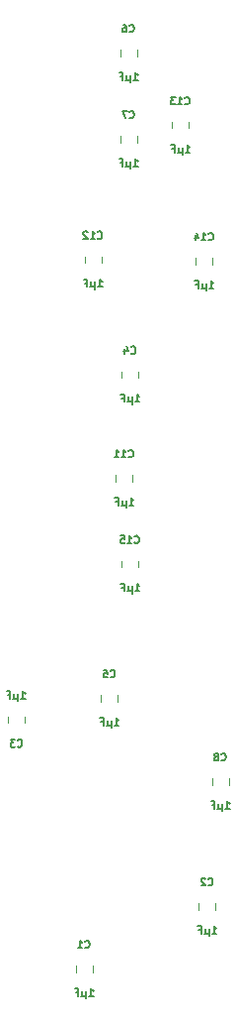
<source format=gbo>
%TF.GenerationSoftware,KiCad,Pcbnew,8.0.4*%
%TF.CreationDate,2024-08-12T18:31:44+02:00*%
%TF.ProjectId,HCP65 Kernal Mode,48435036-3520-44b6-9572-6e616c204d6f,V0*%
%TF.SameCoordinates,PX525bfc0PY43d3480*%
%TF.FileFunction,Legend,Bot*%
%TF.FilePolarity,Positive*%
%FSLAX46Y46*%
G04 Gerber Fmt 4.6, Leading zero omitted, Abs format (unit mm)*
G04 Created by KiCad (PCBNEW 8.0.4) date 2024-08-12 18:31:44*
%MOMM*%
%LPD*%
G01*
G04 APERTURE LIST*
%ADD10C,0.150000*%
%ADD11C,0.120000*%
G04 APERTURE END LIST*
D10*
X19431214Y-13644486D02*
X19461452Y-13674725D01*
X19461452Y-13674725D02*
X19552166Y-13704963D01*
X19552166Y-13704963D02*
X19612642Y-13704963D01*
X19612642Y-13704963D02*
X19703357Y-13674725D01*
X19703357Y-13674725D02*
X19763833Y-13614248D01*
X19763833Y-13614248D02*
X19794071Y-13553772D01*
X19794071Y-13553772D02*
X19824309Y-13432820D01*
X19824309Y-13432820D02*
X19824309Y-13342105D01*
X19824309Y-13342105D02*
X19794071Y-13221153D01*
X19794071Y-13221153D02*
X19763833Y-13160677D01*
X19763833Y-13160677D02*
X19703357Y-13100201D01*
X19703357Y-13100201D02*
X19612642Y-13069963D01*
X19612642Y-13069963D02*
X19552166Y-13069963D01*
X19552166Y-13069963D02*
X19461452Y-13100201D01*
X19461452Y-13100201D02*
X19431214Y-13130439D01*
X18826452Y-13704963D02*
X19189309Y-13704963D01*
X19007881Y-13704963D02*
X19007881Y-13069963D01*
X19007881Y-13069963D02*
X19068357Y-13160677D01*
X19068357Y-13160677D02*
X19128833Y-13221153D01*
X19128833Y-13221153D02*
X19189309Y-13251391D01*
X18282166Y-13281629D02*
X18282166Y-13704963D01*
X18433357Y-13039725D02*
X18584547Y-13493296D01*
X18584547Y-13493296D02*
X18191452Y-13493296D01*
X19473333Y-17811963D02*
X19836190Y-17811963D01*
X19654762Y-17811963D02*
X19654762Y-17176963D01*
X19654762Y-17176963D02*
X19715238Y-17267677D01*
X19715238Y-17267677D02*
X19775714Y-17328153D01*
X19775714Y-17328153D02*
X19836190Y-17358391D01*
X19201190Y-17388629D02*
X19201190Y-18023629D01*
X18898809Y-17721248D02*
X18868571Y-17781725D01*
X18868571Y-17781725D02*
X18808095Y-17811963D01*
X19201190Y-17721248D02*
X19170952Y-17781725D01*
X19170952Y-17781725D02*
X19110476Y-17811963D01*
X19110476Y-17811963D02*
X18989523Y-17811963D01*
X18989523Y-17811963D02*
X18929047Y-17781725D01*
X18929047Y-17781725D02*
X18898809Y-17721248D01*
X18898809Y-17721248D02*
X18898809Y-17388629D01*
X18324285Y-17479344D02*
X18535952Y-17479344D01*
X18535952Y-17811963D02*
X18535952Y-17176963D01*
X18535952Y-17176963D02*
X18233571Y-17176963D01*
X13081214Y-39507486D02*
X13111452Y-39537725D01*
X13111452Y-39537725D02*
X13202166Y-39567963D01*
X13202166Y-39567963D02*
X13262642Y-39567963D01*
X13262642Y-39567963D02*
X13353357Y-39537725D01*
X13353357Y-39537725D02*
X13413833Y-39477248D01*
X13413833Y-39477248D02*
X13444071Y-39416772D01*
X13444071Y-39416772D02*
X13474309Y-39295820D01*
X13474309Y-39295820D02*
X13474309Y-39205105D01*
X13474309Y-39205105D02*
X13444071Y-39084153D01*
X13444071Y-39084153D02*
X13413833Y-39023677D01*
X13413833Y-39023677D02*
X13353357Y-38963201D01*
X13353357Y-38963201D02*
X13262642Y-38932963D01*
X13262642Y-38932963D02*
X13202166Y-38932963D01*
X13202166Y-38932963D02*
X13111452Y-38963201D01*
X13111452Y-38963201D02*
X13081214Y-38993439D01*
X12476452Y-39567963D02*
X12839309Y-39567963D01*
X12657881Y-39567963D02*
X12657881Y-38932963D01*
X12657881Y-38932963D02*
X12718357Y-39023677D01*
X12718357Y-39023677D02*
X12778833Y-39084153D01*
X12778833Y-39084153D02*
X12839309Y-39114391D01*
X11901928Y-38932963D02*
X12204309Y-38932963D01*
X12204309Y-38932963D02*
X12234547Y-39235344D01*
X12234547Y-39235344D02*
X12204309Y-39205105D01*
X12204309Y-39205105D02*
X12143833Y-39174867D01*
X12143833Y-39174867D02*
X11992642Y-39174867D01*
X11992642Y-39174867D02*
X11932166Y-39205105D01*
X11932166Y-39205105D02*
X11901928Y-39235344D01*
X11901928Y-39235344D02*
X11871690Y-39295820D01*
X11871690Y-39295820D02*
X11871690Y-39447010D01*
X11871690Y-39447010D02*
X11901928Y-39507486D01*
X11901928Y-39507486D02*
X11932166Y-39537725D01*
X11932166Y-39537725D02*
X11992642Y-39567963D01*
X11992642Y-39567963D02*
X12143833Y-39567963D01*
X12143833Y-39567963D02*
X12204309Y-39537725D01*
X12204309Y-39537725D02*
X12234547Y-39507486D01*
X13123333Y-43674963D02*
X13486190Y-43674963D01*
X13304762Y-43674963D02*
X13304762Y-43039963D01*
X13304762Y-43039963D02*
X13365238Y-43130677D01*
X13365238Y-43130677D02*
X13425714Y-43191153D01*
X13425714Y-43191153D02*
X13486190Y-43221391D01*
X12851190Y-43251629D02*
X12851190Y-43886629D01*
X12548809Y-43584248D02*
X12518571Y-43644725D01*
X12518571Y-43644725D02*
X12458095Y-43674963D01*
X12851190Y-43584248D02*
X12820952Y-43644725D01*
X12820952Y-43644725D02*
X12760476Y-43674963D01*
X12760476Y-43674963D02*
X12639523Y-43674963D01*
X12639523Y-43674963D02*
X12579047Y-43644725D01*
X12579047Y-43644725D02*
X12548809Y-43584248D01*
X12548809Y-43584248D02*
X12548809Y-43251629D01*
X11974285Y-43342344D02*
X12185952Y-43342344D01*
X12185952Y-43674963D02*
X12185952Y-43039963D01*
X12185952Y-43039963D02*
X11883571Y-43039963D01*
X9906214Y-13517486D02*
X9936452Y-13547725D01*
X9936452Y-13547725D02*
X10027166Y-13577963D01*
X10027166Y-13577963D02*
X10087642Y-13577963D01*
X10087642Y-13577963D02*
X10178357Y-13547725D01*
X10178357Y-13547725D02*
X10238833Y-13487248D01*
X10238833Y-13487248D02*
X10269071Y-13426772D01*
X10269071Y-13426772D02*
X10299309Y-13305820D01*
X10299309Y-13305820D02*
X10299309Y-13215105D01*
X10299309Y-13215105D02*
X10269071Y-13094153D01*
X10269071Y-13094153D02*
X10238833Y-13033677D01*
X10238833Y-13033677D02*
X10178357Y-12973201D01*
X10178357Y-12973201D02*
X10087642Y-12942963D01*
X10087642Y-12942963D02*
X10027166Y-12942963D01*
X10027166Y-12942963D02*
X9936452Y-12973201D01*
X9936452Y-12973201D02*
X9906214Y-13003439D01*
X9301452Y-13577963D02*
X9664309Y-13577963D01*
X9482881Y-13577963D02*
X9482881Y-12942963D01*
X9482881Y-12942963D02*
X9543357Y-13033677D01*
X9543357Y-13033677D02*
X9603833Y-13094153D01*
X9603833Y-13094153D02*
X9664309Y-13124391D01*
X9059547Y-13003439D02*
X9029309Y-12973201D01*
X9029309Y-12973201D02*
X8968833Y-12942963D01*
X8968833Y-12942963D02*
X8817642Y-12942963D01*
X8817642Y-12942963D02*
X8757166Y-12973201D01*
X8757166Y-12973201D02*
X8726928Y-13003439D01*
X8726928Y-13003439D02*
X8696690Y-13063915D01*
X8696690Y-13063915D02*
X8696690Y-13124391D01*
X8696690Y-13124391D02*
X8726928Y-13215105D01*
X8726928Y-13215105D02*
X9089785Y-13577963D01*
X9089785Y-13577963D02*
X8696690Y-13577963D01*
X9948333Y-17684963D02*
X10311190Y-17684963D01*
X10129762Y-17684963D02*
X10129762Y-17049963D01*
X10129762Y-17049963D02*
X10190238Y-17140677D01*
X10190238Y-17140677D02*
X10250714Y-17201153D01*
X10250714Y-17201153D02*
X10311190Y-17231391D01*
X9676190Y-17261629D02*
X9676190Y-17896629D01*
X9373809Y-17594248D02*
X9343571Y-17654725D01*
X9343571Y-17654725D02*
X9283095Y-17684963D01*
X9676190Y-17594248D02*
X9645952Y-17654725D01*
X9645952Y-17654725D02*
X9585476Y-17684963D01*
X9585476Y-17684963D02*
X9464523Y-17684963D01*
X9464523Y-17684963D02*
X9404047Y-17654725D01*
X9404047Y-17654725D02*
X9373809Y-17594248D01*
X9373809Y-17594248D02*
X9373809Y-17261629D01*
X8799285Y-17352344D02*
X9010952Y-17352344D01*
X9010952Y-17684963D02*
X9010952Y-17049963D01*
X9010952Y-17049963D02*
X8708571Y-17049963D01*
X12778833Y-23338694D02*
X12809071Y-23368933D01*
X12809071Y-23368933D02*
X12899785Y-23399171D01*
X12899785Y-23399171D02*
X12960261Y-23399171D01*
X12960261Y-23399171D02*
X13050976Y-23368933D01*
X13050976Y-23368933D02*
X13111452Y-23308456D01*
X13111452Y-23308456D02*
X13141690Y-23247980D01*
X13141690Y-23247980D02*
X13171928Y-23127028D01*
X13171928Y-23127028D02*
X13171928Y-23036313D01*
X13171928Y-23036313D02*
X13141690Y-22915361D01*
X13141690Y-22915361D02*
X13111452Y-22854885D01*
X13111452Y-22854885D02*
X13050976Y-22794409D01*
X13050976Y-22794409D02*
X12960261Y-22764171D01*
X12960261Y-22764171D02*
X12899785Y-22764171D01*
X12899785Y-22764171D02*
X12809071Y-22794409D01*
X12809071Y-22794409D02*
X12778833Y-22824647D01*
X12234547Y-22975837D02*
X12234547Y-23399171D01*
X12385738Y-22733933D02*
X12536928Y-23187504D01*
X12536928Y-23187504D02*
X12143833Y-23187504D01*
X13123333Y-27506171D02*
X13486190Y-27506171D01*
X13304762Y-27506171D02*
X13304762Y-26871171D01*
X13304762Y-26871171D02*
X13365238Y-26961885D01*
X13365238Y-26961885D02*
X13425714Y-27022361D01*
X13425714Y-27022361D02*
X13486190Y-27052599D01*
X12851190Y-27082837D02*
X12851190Y-27717837D01*
X12548809Y-27415456D02*
X12518571Y-27475933D01*
X12518571Y-27475933D02*
X12458095Y-27506171D01*
X12851190Y-27415456D02*
X12820952Y-27475933D01*
X12820952Y-27475933D02*
X12760476Y-27506171D01*
X12760476Y-27506171D02*
X12639523Y-27506171D01*
X12639523Y-27506171D02*
X12579047Y-27475933D01*
X12579047Y-27475933D02*
X12548809Y-27415456D01*
X12548809Y-27415456D02*
X12548809Y-27082837D01*
X11974285Y-27173552D02*
X12185952Y-27173552D01*
X12185952Y-27506171D02*
X12185952Y-26871171D01*
X12185952Y-26871171D02*
X11883571Y-26871171D01*
X12651833Y-3230486D02*
X12682071Y-3260725D01*
X12682071Y-3260725D02*
X12772785Y-3290963D01*
X12772785Y-3290963D02*
X12833261Y-3290963D01*
X12833261Y-3290963D02*
X12923976Y-3260725D01*
X12923976Y-3260725D02*
X12984452Y-3200248D01*
X12984452Y-3200248D02*
X13014690Y-3139772D01*
X13014690Y-3139772D02*
X13044928Y-3018820D01*
X13044928Y-3018820D02*
X13044928Y-2928105D01*
X13044928Y-2928105D02*
X13014690Y-2807153D01*
X13014690Y-2807153D02*
X12984452Y-2746677D01*
X12984452Y-2746677D02*
X12923976Y-2686201D01*
X12923976Y-2686201D02*
X12833261Y-2655963D01*
X12833261Y-2655963D02*
X12772785Y-2655963D01*
X12772785Y-2655963D02*
X12682071Y-2686201D01*
X12682071Y-2686201D02*
X12651833Y-2716439D01*
X12440166Y-2655963D02*
X12016833Y-2655963D01*
X12016833Y-2655963D02*
X12288976Y-3290963D01*
X12996333Y-7397963D02*
X13359190Y-7397963D01*
X13177762Y-7397963D02*
X13177762Y-6762963D01*
X13177762Y-6762963D02*
X13238238Y-6853677D01*
X13238238Y-6853677D02*
X13298714Y-6914153D01*
X13298714Y-6914153D02*
X13359190Y-6944391D01*
X12724190Y-6974629D02*
X12724190Y-7609629D01*
X12421809Y-7307248D02*
X12391571Y-7367725D01*
X12391571Y-7367725D02*
X12331095Y-7397963D01*
X12724190Y-7307248D02*
X12693952Y-7367725D01*
X12693952Y-7367725D02*
X12633476Y-7397963D01*
X12633476Y-7397963D02*
X12512523Y-7397963D01*
X12512523Y-7397963D02*
X12452047Y-7367725D01*
X12452047Y-7367725D02*
X12421809Y-7307248D01*
X12421809Y-7307248D02*
X12421809Y-6974629D01*
X11847285Y-7065344D02*
X12058952Y-7065344D01*
X12058952Y-7397963D02*
X12058952Y-6762963D01*
X12058952Y-6762963D02*
X11756571Y-6762963D01*
X12573214Y-32186486D02*
X12603452Y-32216725D01*
X12603452Y-32216725D02*
X12694166Y-32246963D01*
X12694166Y-32246963D02*
X12754642Y-32246963D01*
X12754642Y-32246963D02*
X12845357Y-32216725D01*
X12845357Y-32216725D02*
X12905833Y-32156248D01*
X12905833Y-32156248D02*
X12936071Y-32095772D01*
X12936071Y-32095772D02*
X12966309Y-31974820D01*
X12966309Y-31974820D02*
X12966309Y-31884105D01*
X12966309Y-31884105D02*
X12936071Y-31763153D01*
X12936071Y-31763153D02*
X12905833Y-31702677D01*
X12905833Y-31702677D02*
X12845357Y-31642201D01*
X12845357Y-31642201D02*
X12754642Y-31611963D01*
X12754642Y-31611963D02*
X12694166Y-31611963D01*
X12694166Y-31611963D02*
X12603452Y-31642201D01*
X12603452Y-31642201D02*
X12573214Y-31672439D01*
X11968452Y-32246963D02*
X12331309Y-32246963D01*
X12149881Y-32246963D02*
X12149881Y-31611963D01*
X12149881Y-31611963D02*
X12210357Y-31702677D01*
X12210357Y-31702677D02*
X12270833Y-31763153D01*
X12270833Y-31763153D02*
X12331309Y-31793391D01*
X11363690Y-32246963D02*
X11726547Y-32246963D01*
X11545119Y-32246963D02*
X11545119Y-31611963D01*
X11545119Y-31611963D02*
X11605595Y-31702677D01*
X11605595Y-31702677D02*
X11666071Y-31763153D01*
X11666071Y-31763153D02*
X11726547Y-31793391D01*
X12615333Y-36353963D02*
X12978190Y-36353963D01*
X12796762Y-36353963D02*
X12796762Y-35718963D01*
X12796762Y-35718963D02*
X12857238Y-35809677D01*
X12857238Y-35809677D02*
X12917714Y-35870153D01*
X12917714Y-35870153D02*
X12978190Y-35900391D01*
X12343190Y-35930629D02*
X12343190Y-36565629D01*
X12040809Y-36263248D02*
X12010571Y-36323725D01*
X12010571Y-36323725D02*
X11950095Y-36353963D01*
X12343190Y-36263248D02*
X12312952Y-36323725D01*
X12312952Y-36323725D02*
X12252476Y-36353963D01*
X12252476Y-36353963D02*
X12131523Y-36353963D01*
X12131523Y-36353963D02*
X12071047Y-36323725D01*
X12071047Y-36323725D02*
X12040809Y-36263248D01*
X12040809Y-36263248D02*
X12040809Y-35930629D01*
X11466285Y-36021344D02*
X11677952Y-36021344D01*
X11677952Y-36353963D02*
X11677952Y-35718963D01*
X11677952Y-35718963D02*
X11375571Y-35718963D01*
X11000833Y-50982486D02*
X11031071Y-51012725D01*
X11031071Y-51012725D02*
X11121785Y-51042963D01*
X11121785Y-51042963D02*
X11182261Y-51042963D01*
X11182261Y-51042963D02*
X11272976Y-51012725D01*
X11272976Y-51012725D02*
X11333452Y-50952248D01*
X11333452Y-50952248D02*
X11363690Y-50891772D01*
X11363690Y-50891772D02*
X11393928Y-50770820D01*
X11393928Y-50770820D02*
X11393928Y-50680105D01*
X11393928Y-50680105D02*
X11363690Y-50559153D01*
X11363690Y-50559153D02*
X11333452Y-50498677D01*
X11333452Y-50498677D02*
X11272976Y-50438201D01*
X11272976Y-50438201D02*
X11182261Y-50407963D01*
X11182261Y-50407963D02*
X11121785Y-50407963D01*
X11121785Y-50407963D02*
X11031071Y-50438201D01*
X11031071Y-50438201D02*
X11000833Y-50468439D01*
X10426309Y-50407963D02*
X10728690Y-50407963D01*
X10728690Y-50407963D02*
X10758928Y-50710344D01*
X10758928Y-50710344D02*
X10728690Y-50680105D01*
X10728690Y-50680105D02*
X10668214Y-50649867D01*
X10668214Y-50649867D02*
X10517023Y-50649867D01*
X10517023Y-50649867D02*
X10456547Y-50680105D01*
X10456547Y-50680105D02*
X10426309Y-50710344D01*
X10426309Y-50710344D02*
X10396071Y-50770820D01*
X10396071Y-50770820D02*
X10396071Y-50922010D01*
X10396071Y-50922010D02*
X10426309Y-50982486D01*
X10426309Y-50982486D02*
X10456547Y-51012725D01*
X10456547Y-51012725D02*
X10517023Y-51042963D01*
X10517023Y-51042963D02*
X10668214Y-51042963D01*
X10668214Y-51042963D02*
X10728690Y-51012725D01*
X10728690Y-51012725D02*
X10758928Y-50982486D01*
X11345333Y-55149963D02*
X11708190Y-55149963D01*
X11526762Y-55149963D02*
X11526762Y-54514963D01*
X11526762Y-54514963D02*
X11587238Y-54605677D01*
X11587238Y-54605677D02*
X11647714Y-54666153D01*
X11647714Y-54666153D02*
X11708190Y-54696391D01*
X11073190Y-54726629D02*
X11073190Y-55361629D01*
X10770809Y-55059248D02*
X10740571Y-55119725D01*
X10740571Y-55119725D02*
X10680095Y-55149963D01*
X11073190Y-55059248D02*
X11042952Y-55119725D01*
X11042952Y-55119725D02*
X10982476Y-55149963D01*
X10982476Y-55149963D02*
X10861523Y-55149963D01*
X10861523Y-55149963D02*
X10801047Y-55119725D01*
X10801047Y-55119725D02*
X10770809Y-55059248D01*
X10770809Y-55059248D02*
X10770809Y-54726629D01*
X10196285Y-54817344D02*
X10407952Y-54817344D01*
X10407952Y-55149963D02*
X10407952Y-54514963D01*
X10407952Y-54514963D02*
X10105571Y-54514963D01*
X20525833Y-58094486D02*
X20556071Y-58124725D01*
X20556071Y-58124725D02*
X20646785Y-58154963D01*
X20646785Y-58154963D02*
X20707261Y-58154963D01*
X20707261Y-58154963D02*
X20797976Y-58124725D01*
X20797976Y-58124725D02*
X20858452Y-58064248D01*
X20858452Y-58064248D02*
X20888690Y-58003772D01*
X20888690Y-58003772D02*
X20918928Y-57882820D01*
X20918928Y-57882820D02*
X20918928Y-57792105D01*
X20918928Y-57792105D02*
X20888690Y-57671153D01*
X20888690Y-57671153D02*
X20858452Y-57610677D01*
X20858452Y-57610677D02*
X20797976Y-57550201D01*
X20797976Y-57550201D02*
X20707261Y-57519963D01*
X20707261Y-57519963D02*
X20646785Y-57519963D01*
X20646785Y-57519963D02*
X20556071Y-57550201D01*
X20556071Y-57550201D02*
X20525833Y-57580439D01*
X20162976Y-57792105D02*
X20223452Y-57761867D01*
X20223452Y-57761867D02*
X20253690Y-57731629D01*
X20253690Y-57731629D02*
X20283928Y-57671153D01*
X20283928Y-57671153D02*
X20283928Y-57640915D01*
X20283928Y-57640915D02*
X20253690Y-57580439D01*
X20253690Y-57580439D02*
X20223452Y-57550201D01*
X20223452Y-57550201D02*
X20162976Y-57519963D01*
X20162976Y-57519963D02*
X20042023Y-57519963D01*
X20042023Y-57519963D02*
X19981547Y-57550201D01*
X19981547Y-57550201D02*
X19951309Y-57580439D01*
X19951309Y-57580439D02*
X19921071Y-57640915D01*
X19921071Y-57640915D02*
X19921071Y-57671153D01*
X19921071Y-57671153D02*
X19951309Y-57731629D01*
X19951309Y-57731629D02*
X19981547Y-57761867D01*
X19981547Y-57761867D02*
X20042023Y-57792105D01*
X20042023Y-57792105D02*
X20162976Y-57792105D01*
X20162976Y-57792105D02*
X20223452Y-57822344D01*
X20223452Y-57822344D02*
X20253690Y-57852582D01*
X20253690Y-57852582D02*
X20283928Y-57913058D01*
X20283928Y-57913058D02*
X20283928Y-58034010D01*
X20283928Y-58034010D02*
X20253690Y-58094486D01*
X20253690Y-58094486D02*
X20223452Y-58124725D01*
X20223452Y-58124725D02*
X20162976Y-58154963D01*
X20162976Y-58154963D02*
X20042023Y-58154963D01*
X20042023Y-58154963D02*
X19981547Y-58124725D01*
X19981547Y-58124725D02*
X19951309Y-58094486D01*
X19951309Y-58094486D02*
X19921071Y-58034010D01*
X19921071Y-58034010D02*
X19921071Y-57913058D01*
X19921071Y-57913058D02*
X19951309Y-57852582D01*
X19951309Y-57852582D02*
X19981547Y-57822344D01*
X19981547Y-57822344D02*
X20042023Y-57792105D01*
X20870333Y-62261963D02*
X21233190Y-62261963D01*
X21051762Y-62261963D02*
X21051762Y-61626963D01*
X21051762Y-61626963D02*
X21112238Y-61717677D01*
X21112238Y-61717677D02*
X21172714Y-61778153D01*
X21172714Y-61778153D02*
X21233190Y-61808391D01*
X20598190Y-61838629D02*
X20598190Y-62473629D01*
X20295809Y-62171248D02*
X20265571Y-62231725D01*
X20265571Y-62231725D02*
X20205095Y-62261963D01*
X20598190Y-62171248D02*
X20567952Y-62231725D01*
X20567952Y-62231725D02*
X20507476Y-62261963D01*
X20507476Y-62261963D02*
X20386523Y-62261963D01*
X20386523Y-62261963D02*
X20326047Y-62231725D01*
X20326047Y-62231725D02*
X20295809Y-62171248D01*
X20295809Y-62171248D02*
X20295809Y-61838629D01*
X19721285Y-61929344D02*
X19932952Y-61929344D01*
X19932952Y-62261963D02*
X19932952Y-61626963D01*
X19932952Y-61626963D02*
X19630571Y-61626963D01*
X19382833Y-68762486D02*
X19413071Y-68792725D01*
X19413071Y-68792725D02*
X19503785Y-68822963D01*
X19503785Y-68822963D02*
X19564261Y-68822963D01*
X19564261Y-68822963D02*
X19654976Y-68792725D01*
X19654976Y-68792725D02*
X19715452Y-68732248D01*
X19715452Y-68732248D02*
X19745690Y-68671772D01*
X19745690Y-68671772D02*
X19775928Y-68550820D01*
X19775928Y-68550820D02*
X19775928Y-68460105D01*
X19775928Y-68460105D02*
X19745690Y-68339153D01*
X19745690Y-68339153D02*
X19715452Y-68278677D01*
X19715452Y-68278677D02*
X19654976Y-68218201D01*
X19654976Y-68218201D02*
X19564261Y-68187963D01*
X19564261Y-68187963D02*
X19503785Y-68187963D01*
X19503785Y-68187963D02*
X19413071Y-68218201D01*
X19413071Y-68218201D02*
X19382833Y-68248439D01*
X19140928Y-68248439D02*
X19110690Y-68218201D01*
X19110690Y-68218201D02*
X19050214Y-68187963D01*
X19050214Y-68187963D02*
X18899023Y-68187963D01*
X18899023Y-68187963D02*
X18838547Y-68218201D01*
X18838547Y-68218201D02*
X18808309Y-68248439D01*
X18808309Y-68248439D02*
X18778071Y-68308915D01*
X18778071Y-68308915D02*
X18778071Y-68369391D01*
X18778071Y-68369391D02*
X18808309Y-68460105D01*
X18808309Y-68460105D02*
X19171166Y-68822963D01*
X19171166Y-68822963D02*
X18778071Y-68822963D01*
X19727333Y-72929963D02*
X20090190Y-72929963D01*
X19908762Y-72929963D02*
X19908762Y-72294963D01*
X19908762Y-72294963D02*
X19969238Y-72385677D01*
X19969238Y-72385677D02*
X20029714Y-72446153D01*
X20029714Y-72446153D02*
X20090190Y-72476391D01*
X19455190Y-72506629D02*
X19455190Y-73141629D01*
X19152809Y-72839248D02*
X19122571Y-72899725D01*
X19122571Y-72899725D02*
X19062095Y-72929963D01*
X19455190Y-72839248D02*
X19424952Y-72899725D01*
X19424952Y-72899725D02*
X19364476Y-72929963D01*
X19364476Y-72929963D02*
X19243523Y-72929963D01*
X19243523Y-72929963D02*
X19183047Y-72899725D01*
X19183047Y-72899725D02*
X19152809Y-72839248D01*
X19152809Y-72839248D02*
X19152809Y-72506629D01*
X18578285Y-72597344D02*
X18789952Y-72597344D01*
X18789952Y-72929963D02*
X18789952Y-72294963D01*
X18789952Y-72294963D02*
X18487571Y-72294963D01*
X17399214Y-2042486D02*
X17429452Y-2072725D01*
X17429452Y-2072725D02*
X17520166Y-2102963D01*
X17520166Y-2102963D02*
X17580642Y-2102963D01*
X17580642Y-2102963D02*
X17671357Y-2072725D01*
X17671357Y-2072725D02*
X17731833Y-2012248D01*
X17731833Y-2012248D02*
X17762071Y-1951772D01*
X17762071Y-1951772D02*
X17792309Y-1830820D01*
X17792309Y-1830820D02*
X17792309Y-1740105D01*
X17792309Y-1740105D02*
X17762071Y-1619153D01*
X17762071Y-1619153D02*
X17731833Y-1558677D01*
X17731833Y-1558677D02*
X17671357Y-1498201D01*
X17671357Y-1498201D02*
X17580642Y-1467963D01*
X17580642Y-1467963D02*
X17520166Y-1467963D01*
X17520166Y-1467963D02*
X17429452Y-1498201D01*
X17429452Y-1498201D02*
X17399214Y-1528439D01*
X16794452Y-2102963D02*
X17157309Y-2102963D01*
X16975881Y-2102963D02*
X16975881Y-1467963D01*
X16975881Y-1467963D02*
X17036357Y-1558677D01*
X17036357Y-1558677D02*
X17096833Y-1619153D01*
X17096833Y-1619153D02*
X17157309Y-1649391D01*
X16582785Y-1467963D02*
X16189690Y-1467963D01*
X16189690Y-1467963D02*
X16401357Y-1709867D01*
X16401357Y-1709867D02*
X16310642Y-1709867D01*
X16310642Y-1709867D02*
X16250166Y-1740105D01*
X16250166Y-1740105D02*
X16219928Y-1770344D01*
X16219928Y-1770344D02*
X16189690Y-1830820D01*
X16189690Y-1830820D02*
X16189690Y-1982010D01*
X16189690Y-1982010D02*
X16219928Y-2042486D01*
X16219928Y-2042486D02*
X16250166Y-2072725D01*
X16250166Y-2072725D02*
X16310642Y-2102963D01*
X16310642Y-2102963D02*
X16492071Y-2102963D01*
X16492071Y-2102963D02*
X16552547Y-2072725D01*
X16552547Y-2072725D02*
X16582785Y-2042486D01*
X17441333Y-6209963D02*
X17804190Y-6209963D01*
X17622762Y-6209963D02*
X17622762Y-5574963D01*
X17622762Y-5574963D02*
X17683238Y-5665677D01*
X17683238Y-5665677D02*
X17743714Y-5726153D01*
X17743714Y-5726153D02*
X17804190Y-5756391D01*
X17169190Y-5786629D02*
X17169190Y-6421629D01*
X16866809Y-6119248D02*
X16836571Y-6179725D01*
X16836571Y-6179725D02*
X16776095Y-6209963D01*
X17169190Y-6119248D02*
X17138952Y-6179725D01*
X17138952Y-6179725D02*
X17078476Y-6209963D01*
X17078476Y-6209963D02*
X16957523Y-6209963D01*
X16957523Y-6209963D02*
X16897047Y-6179725D01*
X16897047Y-6179725D02*
X16866809Y-6119248D01*
X16866809Y-6119248D02*
X16866809Y-5786629D01*
X16292285Y-5877344D02*
X16503952Y-5877344D01*
X16503952Y-6209963D02*
X16503952Y-5574963D01*
X16503952Y-5574963D02*
X16201571Y-5574963D01*
X8841833Y-74096486D02*
X8872071Y-74126725D01*
X8872071Y-74126725D02*
X8962785Y-74156963D01*
X8962785Y-74156963D02*
X9023261Y-74156963D01*
X9023261Y-74156963D02*
X9113976Y-74126725D01*
X9113976Y-74126725D02*
X9174452Y-74066248D01*
X9174452Y-74066248D02*
X9204690Y-74005772D01*
X9204690Y-74005772D02*
X9234928Y-73884820D01*
X9234928Y-73884820D02*
X9234928Y-73794105D01*
X9234928Y-73794105D02*
X9204690Y-73673153D01*
X9204690Y-73673153D02*
X9174452Y-73612677D01*
X9174452Y-73612677D02*
X9113976Y-73552201D01*
X9113976Y-73552201D02*
X9023261Y-73521963D01*
X9023261Y-73521963D02*
X8962785Y-73521963D01*
X8962785Y-73521963D02*
X8872071Y-73552201D01*
X8872071Y-73552201D02*
X8841833Y-73582439D01*
X8237071Y-74156963D02*
X8599928Y-74156963D01*
X8418500Y-74156963D02*
X8418500Y-73521963D01*
X8418500Y-73521963D02*
X8478976Y-73612677D01*
X8478976Y-73612677D02*
X8539452Y-73673153D01*
X8539452Y-73673153D02*
X8599928Y-73703391D01*
X9186333Y-78263963D02*
X9549190Y-78263963D01*
X9367762Y-78263963D02*
X9367762Y-77628963D01*
X9367762Y-77628963D02*
X9428238Y-77719677D01*
X9428238Y-77719677D02*
X9488714Y-77780153D01*
X9488714Y-77780153D02*
X9549190Y-77810391D01*
X8914190Y-77840629D02*
X8914190Y-78475629D01*
X8611809Y-78173248D02*
X8581571Y-78233725D01*
X8581571Y-78233725D02*
X8521095Y-78263963D01*
X8914190Y-78173248D02*
X8883952Y-78233725D01*
X8883952Y-78233725D02*
X8823476Y-78263963D01*
X8823476Y-78263963D02*
X8702523Y-78263963D01*
X8702523Y-78263963D02*
X8642047Y-78233725D01*
X8642047Y-78233725D02*
X8611809Y-78173248D01*
X8611809Y-78173248D02*
X8611809Y-77840629D01*
X8037285Y-77931344D02*
X8248952Y-77931344D01*
X8248952Y-78263963D02*
X8248952Y-77628963D01*
X8248952Y-77628963D02*
X7946571Y-77628963D01*
X3053833Y-56910486D02*
X3084071Y-56940725D01*
X3084071Y-56940725D02*
X3174785Y-56970963D01*
X3174785Y-56970963D02*
X3235261Y-56970963D01*
X3235261Y-56970963D02*
X3325976Y-56940725D01*
X3325976Y-56940725D02*
X3386452Y-56880248D01*
X3386452Y-56880248D02*
X3416690Y-56819772D01*
X3416690Y-56819772D02*
X3446928Y-56698820D01*
X3446928Y-56698820D02*
X3446928Y-56608105D01*
X3446928Y-56608105D02*
X3416690Y-56487153D01*
X3416690Y-56487153D02*
X3386452Y-56426677D01*
X3386452Y-56426677D02*
X3325976Y-56366201D01*
X3325976Y-56366201D02*
X3235261Y-56335963D01*
X3235261Y-56335963D02*
X3174785Y-56335963D01*
X3174785Y-56335963D02*
X3084071Y-56366201D01*
X3084071Y-56366201D02*
X3053833Y-56396439D01*
X2842166Y-56335963D02*
X2449071Y-56335963D01*
X2449071Y-56335963D02*
X2660738Y-56577867D01*
X2660738Y-56577867D02*
X2570023Y-56577867D01*
X2570023Y-56577867D02*
X2509547Y-56608105D01*
X2509547Y-56608105D02*
X2479309Y-56638344D01*
X2479309Y-56638344D02*
X2449071Y-56698820D01*
X2449071Y-56698820D02*
X2449071Y-56850010D01*
X2449071Y-56850010D02*
X2479309Y-56910486D01*
X2479309Y-56910486D02*
X2509547Y-56940725D01*
X2509547Y-56940725D02*
X2570023Y-56970963D01*
X2570023Y-56970963D02*
X2751452Y-56970963D01*
X2751452Y-56970963D02*
X2811928Y-56940725D01*
X2811928Y-56940725D02*
X2842166Y-56910486D01*
X3344333Y-52863963D02*
X3707190Y-52863963D01*
X3525762Y-52863963D02*
X3525762Y-52228963D01*
X3525762Y-52228963D02*
X3586238Y-52319677D01*
X3586238Y-52319677D02*
X3646714Y-52380153D01*
X3646714Y-52380153D02*
X3707190Y-52410391D01*
X3072190Y-52440629D02*
X3072190Y-53075629D01*
X2769809Y-52773248D02*
X2739571Y-52833725D01*
X2739571Y-52833725D02*
X2679095Y-52863963D01*
X3072190Y-52773248D02*
X3041952Y-52833725D01*
X3041952Y-52833725D02*
X2981476Y-52863963D01*
X2981476Y-52863963D02*
X2860523Y-52863963D01*
X2860523Y-52863963D02*
X2800047Y-52833725D01*
X2800047Y-52833725D02*
X2769809Y-52773248D01*
X2769809Y-52773248D02*
X2769809Y-52440629D01*
X2195285Y-52531344D02*
X2406952Y-52531344D01*
X2406952Y-52863963D02*
X2406952Y-52228963D01*
X2406952Y-52228963D02*
X2104571Y-52228963D01*
X12651833Y4135514D02*
X12682071Y4105275D01*
X12682071Y4105275D02*
X12772785Y4075037D01*
X12772785Y4075037D02*
X12833261Y4075037D01*
X12833261Y4075037D02*
X12923976Y4105275D01*
X12923976Y4105275D02*
X12984452Y4165752D01*
X12984452Y4165752D02*
X13014690Y4226228D01*
X13014690Y4226228D02*
X13044928Y4347180D01*
X13044928Y4347180D02*
X13044928Y4437895D01*
X13044928Y4437895D02*
X13014690Y4558847D01*
X13014690Y4558847D02*
X12984452Y4619323D01*
X12984452Y4619323D02*
X12923976Y4679799D01*
X12923976Y4679799D02*
X12833261Y4710037D01*
X12833261Y4710037D02*
X12772785Y4710037D01*
X12772785Y4710037D02*
X12682071Y4679799D01*
X12682071Y4679799D02*
X12651833Y4649561D01*
X12107547Y4710037D02*
X12228500Y4710037D01*
X12228500Y4710037D02*
X12288976Y4679799D01*
X12288976Y4679799D02*
X12319214Y4649561D01*
X12319214Y4649561D02*
X12379690Y4558847D01*
X12379690Y4558847D02*
X12409928Y4437895D01*
X12409928Y4437895D02*
X12409928Y4195990D01*
X12409928Y4195990D02*
X12379690Y4135514D01*
X12379690Y4135514D02*
X12349452Y4105275D01*
X12349452Y4105275D02*
X12288976Y4075037D01*
X12288976Y4075037D02*
X12168023Y4075037D01*
X12168023Y4075037D02*
X12107547Y4105275D01*
X12107547Y4105275D02*
X12077309Y4135514D01*
X12077309Y4135514D02*
X12047071Y4195990D01*
X12047071Y4195990D02*
X12047071Y4347180D01*
X12047071Y4347180D02*
X12077309Y4407656D01*
X12077309Y4407656D02*
X12107547Y4437895D01*
X12107547Y4437895D02*
X12168023Y4468133D01*
X12168023Y4468133D02*
X12288976Y4468133D01*
X12288976Y4468133D02*
X12349452Y4437895D01*
X12349452Y4437895D02*
X12379690Y4407656D01*
X12379690Y4407656D02*
X12409928Y4347180D01*
X12996333Y-31963D02*
X13359190Y-31963D01*
X13177762Y-31963D02*
X13177762Y603037D01*
X13177762Y603037D02*
X13238238Y512323D01*
X13238238Y512323D02*
X13298714Y451847D01*
X13298714Y451847D02*
X13359190Y421609D01*
X12724190Y391371D02*
X12724190Y-243629D01*
X12421809Y58752D02*
X12391571Y-1725D01*
X12391571Y-1725D02*
X12331095Y-31963D01*
X12724190Y58752D02*
X12693952Y-1725D01*
X12693952Y-1725D02*
X12633476Y-31963D01*
X12633476Y-31963D02*
X12512523Y-31963D01*
X12512523Y-31963D02*
X12452047Y-1725D01*
X12452047Y-1725D02*
X12421809Y58752D01*
X12421809Y58752D02*
X12421809Y391371D01*
X11847285Y300656D02*
X12058952Y300656D01*
X12058952Y-31963D02*
X12058952Y603037D01*
X12058952Y603037D02*
X11756571Y603037D01*
D11*
%TO.C,C14*%
X18315000Y-15216748D02*
X18315000Y-15739252D01*
X19785000Y-15216748D02*
X19785000Y-15739252D01*
%TO.C,C15*%
X11965000Y-41079748D02*
X11965000Y-41602252D01*
X13435000Y-41079748D02*
X13435000Y-41602252D01*
%TO.C,C12*%
X8790000Y-15089748D02*
X8790000Y-15612252D01*
X10260000Y-15089748D02*
X10260000Y-15612252D01*
%TO.C,C4*%
X11965000Y-24910956D02*
X11965000Y-25433460D01*
X13435000Y-24910956D02*
X13435000Y-25433460D01*
%TO.C,C7*%
X11838000Y-4802748D02*
X11838000Y-5325252D01*
X13308000Y-4802748D02*
X13308000Y-5325252D01*
%TO.C,C11*%
X11457000Y-33758748D02*
X11457000Y-34281252D01*
X12927000Y-33758748D02*
X12927000Y-34281252D01*
%TO.C,C5*%
X10187000Y-52554748D02*
X10187000Y-53077252D01*
X11657000Y-52554748D02*
X11657000Y-53077252D01*
%TO.C,C8*%
X19712000Y-59666748D02*
X19712000Y-60189252D01*
X21182000Y-59666748D02*
X21182000Y-60189252D01*
%TO.C,C2*%
X18569000Y-70334748D02*
X18569000Y-70857252D01*
X20039000Y-70334748D02*
X20039000Y-70857252D01*
%TO.C,C13*%
X16283000Y-3614748D02*
X16283000Y-4137252D01*
X17753000Y-3614748D02*
X17753000Y-4137252D01*
%TO.C,C1*%
X8028000Y-75668748D02*
X8028000Y-76191252D01*
X9498000Y-75668748D02*
X9498000Y-76191252D01*
%TO.C,C3*%
X2186000Y-54887252D02*
X2186000Y-54364748D01*
X3656000Y-54887252D02*
X3656000Y-54364748D01*
%TO.C,C6*%
X11838000Y2563252D02*
X11838000Y2040748D01*
X13308000Y2563252D02*
X13308000Y2040748D01*
%TD*%
M02*

</source>
